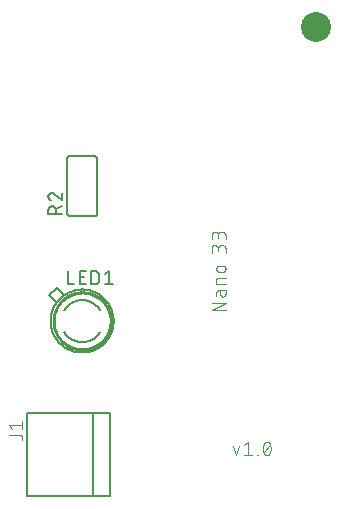
<source format=gbr>
G04 EAGLE Gerber RS-274X export*
G75*
%MOMM*%
%FSLAX34Y34*%
%LPD*%
%INSilkscreen Top*%
%IPPOS*%
%AMOC8*
5,1,8,0,0,1.08239X$1,22.5*%
G01*
%ADD10C,0.127000*%
%ADD11C,0.101600*%
%ADD12C,0.152400*%
%ADD13C,0.254000*%
%ADD14C,2.540000*%


D10*
X-21300Y728000D02*
X34700Y728000D01*
X48700Y728000D01*
X48700Y798000D01*
X34700Y798000D01*
X-21300Y798000D01*
X-21300Y728000D01*
X34700Y728000D02*
X34700Y798000D01*
D11*
X-27704Y779728D02*
X-36792Y779728D01*
X-27704Y779727D02*
X-27605Y779725D01*
X-27505Y779719D01*
X-27406Y779710D01*
X-27308Y779697D01*
X-27210Y779680D01*
X-27112Y779659D01*
X-27016Y779634D01*
X-26921Y779606D01*
X-26827Y779574D01*
X-26734Y779539D01*
X-26642Y779500D01*
X-26552Y779457D01*
X-26464Y779412D01*
X-26377Y779362D01*
X-26293Y779310D01*
X-26210Y779254D01*
X-26130Y779196D01*
X-26052Y779134D01*
X-25977Y779069D01*
X-25904Y779001D01*
X-25834Y778931D01*
X-25766Y778858D01*
X-25701Y778783D01*
X-25639Y778705D01*
X-25581Y778625D01*
X-25525Y778542D01*
X-25473Y778458D01*
X-25423Y778371D01*
X-25378Y778283D01*
X-25335Y778193D01*
X-25296Y778101D01*
X-25261Y778008D01*
X-25229Y777914D01*
X-25201Y777819D01*
X-25176Y777723D01*
X-25155Y777625D01*
X-25138Y777527D01*
X-25125Y777429D01*
X-25116Y777330D01*
X-25110Y777230D01*
X-25108Y777131D01*
X-25108Y775833D01*
X-34196Y785001D02*
X-36792Y788246D01*
X-25108Y788246D01*
X-25108Y785001D02*
X-25108Y791492D01*
D12*
X3810Y891540D02*
X-2540Y897890D01*
X3810Y904240D01*
X10160Y897890D01*
X25400Y894080D02*
X25831Y894075D01*
X26262Y894059D01*
X26692Y894033D01*
X27122Y893996D01*
X27550Y893949D01*
X27978Y893892D01*
X28403Y893824D01*
X28828Y893747D01*
X29250Y893658D01*
X29669Y893560D01*
X30087Y893451D01*
X30501Y893333D01*
X30912Y893204D01*
X31321Y893065D01*
X31725Y892917D01*
X32127Y892758D01*
X32524Y892591D01*
X32917Y892413D01*
X33305Y892226D01*
X33689Y892030D01*
X34068Y891824D01*
X34442Y891609D01*
X34810Y891386D01*
X35173Y891153D01*
X35530Y890912D01*
X35882Y890662D01*
X36227Y890403D01*
X36566Y890137D01*
X36898Y889862D01*
X37223Y889579D01*
X37542Y889289D01*
X37853Y888990D01*
X38157Y888685D01*
X38454Y888372D01*
X38743Y888052D01*
X39024Y887725D01*
X39297Y887391D01*
X39562Y887051D01*
X39818Y886704D01*
X40066Y886352D01*
X40306Y885993D01*
X40536Y885629D01*
X40758Y885259D01*
X25400Y894080D02*
X24969Y894075D01*
X24538Y894059D01*
X24108Y894033D01*
X23678Y893996D01*
X23250Y893949D01*
X22822Y893892D01*
X22397Y893824D01*
X21972Y893747D01*
X21550Y893658D01*
X21131Y893560D01*
X20713Y893451D01*
X20299Y893333D01*
X19888Y893204D01*
X19479Y893065D01*
X19075Y892917D01*
X18673Y892758D01*
X18276Y892591D01*
X17883Y892413D01*
X17495Y892226D01*
X17111Y892030D01*
X16732Y891824D01*
X16358Y891609D01*
X15990Y891386D01*
X15627Y891153D01*
X15270Y890912D01*
X14918Y890662D01*
X14573Y890403D01*
X14234Y890137D01*
X13902Y889862D01*
X13577Y889579D01*
X13258Y889289D01*
X12947Y888990D01*
X12643Y888685D01*
X12346Y888372D01*
X12057Y888052D01*
X11776Y887725D01*
X11503Y887391D01*
X11238Y887051D01*
X10982Y886704D01*
X10734Y886352D01*
X10494Y885993D01*
X10264Y885629D01*
X10042Y885259D01*
X10042Y867341D02*
X10264Y866971D01*
X10494Y866607D01*
X10734Y866248D01*
X10982Y865896D01*
X11238Y865549D01*
X11503Y865209D01*
X11776Y864875D01*
X12057Y864548D01*
X12346Y864228D01*
X12643Y863915D01*
X12947Y863610D01*
X13258Y863311D01*
X13577Y863021D01*
X13902Y862738D01*
X14234Y862463D01*
X14573Y862197D01*
X14918Y861938D01*
X15270Y861688D01*
X15627Y861447D01*
X15990Y861214D01*
X16358Y860991D01*
X16732Y860776D01*
X17111Y860570D01*
X17495Y860374D01*
X17883Y860187D01*
X18276Y860009D01*
X18673Y859842D01*
X19075Y859683D01*
X19479Y859535D01*
X19888Y859396D01*
X20299Y859267D01*
X20713Y859149D01*
X21131Y859040D01*
X21550Y858942D01*
X21972Y858853D01*
X22397Y858776D01*
X22822Y858708D01*
X23250Y858651D01*
X23678Y858604D01*
X24108Y858567D01*
X24538Y858541D01*
X24969Y858525D01*
X25400Y858520D01*
X25831Y858525D01*
X26262Y858541D01*
X26692Y858567D01*
X27122Y858604D01*
X27550Y858651D01*
X27978Y858708D01*
X28403Y858776D01*
X28828Y858853D01*
X29250Y858942D01*
X29669Y859040D01*
X30087Y859149D01*
X30501Y859267D01*
X30912Y859396D01*
X31321Y859535D01*
X31725Y859683D01*
X32127Y859842D01*
X32524Y860009D01*
X32917Y860187D01*
X33305Y860374D01*
X33689Y860570D01*
X34068Y860776D01*
X34442Y860991D01*
X34810Y861214D01*
X35173Y861447D01*
X35530Y861688D01*
X35882Y861938D01*
X36227Y862197D01*
X36566Y862463D01*
X36898Y862738D01*
X37223Y863021D01*
X37542Y863311D01*
X37853Y863610D01*
X38157Y863915D01*
X38454Y864228D01*
X38743Y864548D01*
X39024Y864875D01*
X39297Y865209D01*
X39562Y865549D01*
X39818Y865896D01*
X40066Y866248D01*
X40306Y866607D01*
X40536Y866971D01*
X40758Y867341D01*
X-1270Y876300D02*
X-1262Y876955D01*
X-1238Y877609D01*
X-1198Y878262D01*
X-1142Y878914D01*
X-1069Y879565D01*
X-981Y880213D01*
X-877Y880860D01*
X-758Y881503D01*
X-622Y882143D01*
X-471Y882780D01*
X-304Y883413D01*
X-122Y884042D01*
X76Y884666D01*
X289Y885285D01*
X517Y885898D01*
X760Y886506D01*
X1018Y887108D01*
X1291Y887703D01*
X1578Y888291D01*
X1879Y888872D01*
X2195Y889446D01*
X2524Y890011D01*
X2868Y890568D01*
X3225Y891117D01*
X3595Y891657D01*
X3978Y892187D01*
X4375Y892708D01*
X4784Y893219D01*
X5205Y893720D01*
X5639Y894210D01*
X6084Y894690D01*
X6541Y895159D01*
X7010Y895616D01*
X7490Y896061D01*
X7980Y896495D01*
X8481Y896916D01*
X8992Y897325D01*
X9513Y897722D01*
X10043Y898105D01*
X10583Y898475D01*
X11132Y898832D01*
X11689Y899176D01*
X12254Y899505D01*
X12828Y899821D01*
X13409Y900122D01*
X13997Y900409D01*
X14592Y900682D01*
X15194Y900940D01*
X15802Y901183D01*
X16415Y901411D01*
X17034Y901624D01*
X17658Y901822D01*
X18287Y902004D01*
X18920Y902171D01*
X19557Y902322D01*
X20197Y902458D01*
X20840Y902577D01*
X21487Y902681D01*
X22135Y902769D01*
X22786Y902842D01*
X23438Y902898D01*
X24091Y902938D01*
X24745Y902962D01*
X25400Y902970D01*
X26055Y902962D01*
X26709Y902938D01*
X27362Y902898D01*
X28014Y902842D01*
X28665Y902769D01*
X29313Y902681D01*
X29960Y902577D01*
X30603Y902458D01*
X31243Y902322D01*
X31880Y902171D01*
X32513Y902004D01*
X33142Y901822D01*
X33766Y901624D01*
X34385Y901411D01*
X34998Y901183D01*
X35606Y900940D01*
X36208Y900682D01*
X36803Y900409D01*
X37391Y900122D01*
X37972Y899821D01*
X38546Y899505D01*
X39111Y899176D01*
X39668Y898832D01*
X40217Y898475D01*
X40757Y898105D01*
X41287Y897722D01*
X41808Y897325D01*
X42319Y896916D01*
X42820Y896495D01*
X43310Y896061D01*
X43790Y895616D01*
X44259Y895159D01*
X44716Y894690D01*
X45161Y894210D01*
X45595Y893720D01*
X46016Y893219D01*
X46425Y892708D01*
X46822Y892187D01*
X47205Y891657D01*
X47575Y891117D01*
X47932Y890568D01*
X48276Y890011D01*
X48605Y889446D01*
X48921Y888872D01*
X49222Y888291D01*
X49509Y887703D01*
X49782Y887108D01*
X50040Y886506D01*
X50283Y885898D01*
X50511Y885285D01*
X50724Y884666D01*
X50922Y884042D01*
X51104Y883413D01*
X51271Y882780D01*
X51422Y882143D01*
X51558Y881503D01*
X51677Y880860D01*
X51781Y880213D01*
X51869Y879565D01*
X51942Y878914D01*
X51998Y878262D01*
X52038Y877609D01*
X52062Y876955D01*
X52070Y876300D01*
X52062Y875645D01*
X52038Y874991D01*
X51998Y874338D01*
X51942Y873686D01*
X51869Y873035D01*
X51781Y872387D01*
X51677Y871740D01*
X51558Y871097D01*
X51422Y870457D01*
X51271Y869820D01*
X51104Y869187D01*
X50922Y868558D01*
X50724Y867934D01*
X50511Y867315D01*
X50283Y866702D01*
X50040Y866094D01*
X49782Y865492D01*
X49509Y864897D01*
X49222Y864309D01*
X48921Y863728D01*
X48605Y863154D01*
X48276Y862589D01*
X47932Y862032D01*
X47575Y861483D01*
X47205Y860943D01*
X46822Y860413D01*
X46425Y859892D01*
X46016Y859381D01*
X45595Y858880D01*
X45161Y858390D01*
X44716Y857910D01*
X44259Y857441D01*
X43790Y856984D01*
X43310Y856539D01*
X42820Y856105D01*
X42319Y855684D01*
X41808Y855275D01*
X41287Y854878D01*
X40757Y854495D01*
X40217Y854125D01*
X39668Y853768D01*
X39111Y853424D01*
X38546Y853095D01*
X37972Y852779D01*
X37391Y852478D01*
X36803Y852191D01*
X36208Y851918D01*
X35606Y851660D01*
X34998Y851417D01*
X34385Y851189D01*
X33766Y850976D01*
X33142Y850778D01*
X32513Y850596D01*
X31880Y850429D01*
X31243Y850278D01*
X30603Y850142D01*
X29960Y850023D01*
X29313Y849919D01*
X28665Y849831D01*
X28014Y849758D01*
X27362Y849702D01*
X26709Y849662D01*
X26055Y849638D01*
X25400Y849630D01*
X24745Y849638D01*
X24091Y849662D01*
X23438Y849702D01*
X22786Y849758D01*
X22135Y849831D01*
X21487Y849919D01*
X20840Y850023D01*
X20197Y850142D01*
X19557Y850278D01*
X18920Y850429D01*
X18287Y850596D01*
X17658Y850778D01*
X17034Y850976D01*
X16415Y851189D01*
X15802Y851417D01*
X15194Y851660D01*
X14592Y851918D01*
X13997Y852191D01*
X13409Y852478D01*
X12828Y852779D01*
X12254Y853095D01*
X11689Y853424D01*
X11132Y853768D01*
X10583Y854125D01*
X10043Y854495D01*
X9513Y854878D01*
X8992Y855275D01*
X8481Y855684D01*
X7980Y856105D01*
X7490Y856539D01*
X7010Y856984D01*
X6541Y857441D01*
X6084Y857910D01*
X5639Y858390D01*
X5205Y858880D01*
X4784Y859381D01*
X4375Y859892D01*
X3978Y860413D01*
X3595Y860943D01*
X3225Y861483D01*
X2868Y862032D01*
X2524Y862589D01*
X2195Y863154D01*
X1879Y863728D01*
X1578Y864309D01*
X1291Y864897D01*
X1018Y865492D01*
X760Y866094D01*
X517Y866702D01*
X289Y867315D01*
X76Y867934D01*
X-122Y868558D01*
X-304Y869187D01*
X-471Y869820D01*
X-622Y870457D01*
X-758Y871097D01*
X-877Y871740D01*
X-981Y872387D01*
X-1069Y873035D01*
X-1142Y873686D01*
X-1198Y874338D01*
X-1238Y874991D01*
X-1262Y875645D01*
X-1270Y876300D01*
D13*
X1270Y876300D02*
X1277Y876892D01*
X1299Y877484D01*
X1335Y878075D01*
X1386Y878665D01*
X1451Y879254D01*
X1531Y879841D01*
X1625Y880425D01*
X1734Y881008D01*
X1856Y881587D01*
X1993Y882163D01*
X2144Y882736D01*
X2309Y883305D01*
X2488Y883869D01*
X2681Y884429D01*
X2887Y884984D01*
X3107Y885534D01*
X3340Y886078D01*
X3587Y886617D01*
X3846Y887149D01*
X4119Y887675D01*
X4405Y888194D01*
X4703Y888705D01*
X5014Y889209D01*
X5337Y889706D01*
X5672Y890194D01*
X6019Y890674D01*
X6377Y891146D01*
X6747Y891608D01*
X7129Y892061D01*
X7521Y892505D01*
X7924Y892939D01*
X8338Y893362D01*
X8761Y893776D01*
X9195Y894179D01*
X9639Y894571D01*
X10092Y894953D01*
X10554Y895323D01*
X11026Y895681D01*
X11506Y896028D01*
X11994Y896363D01*
X12491Y896686D01*
X12995Y896997D01*
X13506Y897295D01*
X14025Y897581D01*
X14551Y897854D01*
X15083Y898113D01*
X15622Y898360D01*
X16166Y898593D01*
X16716Y898813D01*
X17271Y899019D01*
X17831Y899212D01*
X18395Y899391D01*
X18964Y899556D01*
X19537Y899707D01*
X20113Y899844D01*
X20692Y899966D01*
X21275Y900075D01*
X21859Y900169D01*
X22446Y900249D01*
X23035Y900314D01*
X23625Y900365D01*
X24216Y900401D01*
X24808Y900423D01*
X25400Y900430D01*
X25992Y900423D01*
X26584Y900401D01*
X27175Y900365D01*
X27765Y900314D01*
X28354Y900249D01*
X28941Y900169D01*
X29525Y900075D01*
X30108Y899966D01*
X30687Y899844D01*
X31263Y899707D01*
X31836Y899556D01*
X32405Y899391D01*
X32969Y899212D01*
X33529Y899019D01*
X34084Y898813D01*
X34634Y898593D01*
X35178Y898360D01*
X35717Y898113D01*
X36249Y897854D01*
X36775Y897581D01*
X37294Y897295D01*
X37805Y896997D01*
X38309Y896686D01*
X38806Y896363D01*
X39294Y896028D01*
X39774Y895681D01*
X40246Y895323D01*
X40708Y894953D01*
X41161Y894571D01*
X41605Y894179D01*
X42039Y893776D01*
X42462Y893362D01*
X42876Y892939D01*
X43279Y892505D01*
X43671Y892061D01*
X44053Y891608D01*
X44423Y891146D01*
X44781Y890674D01*
X45128Y890194D01*
X45463Y889706D01*
X45786Y889209D01*
X46097Y888705D01*
X46395Y888194D01*
X46681Y887675D01*
X46954Y887149D01*
X47213Y886617D01*
X47460Y886078D01*
X47693Y885534D01*
X47913Y884984D01*
X48119Y884429D01*
X48312Y883869D01*
X48491Y883305D01*
X48656Y882736D01*
X48807Y882163D01*
X48944Y881587D01*
X49066Y881008D01*
X49175Y880425D01*
X49269Y879841D01*
X49349Y879254D01*
X49414Y878665D01*
X49465Y878075D01*
X49501Y877484D01*
X49523Y876892D01*
X49530Y876300D01*
X49523Y875708D01*
X49501Y875116D01*
X49465Y874525D01*
X49414Y873935D01*
X49349Y873346D01*
X49269Y872759D01*
X49175Y872175D01*
X49066Y871592D01*
X48944Y871013D01*
X48807Y870437D01*
X48656Y869864D01*
X48491Y869295D01*
X48312Y868731D01*
X48119Y868171D01*
X47913Y867616D01*
X47693Y867066D01*
X47460Y866522D01*
X47213Y865983D01*
X46954Y865451D01*
X46681Y864925D01*
X46395Y864406D01*
X46097Y863895D01*
X45786Y863391D01*
X45463Y862894D01*
X45128Y862406D01*
X44781Y861926D01*
X44423Y861454D01*
X44053Y860992D01*
X43671Y860539D01*
X43279Y860095D01*
X42876Y859661D01*
X42462Y859238D01*
X42039Y858824D01*
X41605Y858421D01*
X41161Y858029D01*
X40708Y857647D01*
X40246Y857277D01*
X39774Y856919D01*
X39294Y856572D01*
X38806Y856237D01*
X38309Y855914D01*
X37805Y855603D01*
X37294Y855305D01*
X36775Y855019D01*
X36249Y854746D01*
X35717Y854487D01*
X35178Y854240D01*
X34634Y854007D01*
X34084Y853787D01*
X33529Y853581D01*
X32969Y853388D01*
X32405Y853209D01*
X31836Y853044D01*
X31263Y852893D01*
X30687Y852756D01*
X30108Y852634D01*
X29525Y852525D01*
X28941Y852431D01*
X28354Y852351D01*
X27765Y852286D01*
X27175Y852235D01*
X26584Y852199D01*
X25992Y852177D01*
X25400Y852170D01*
X24808Y852177D01*
X24216Y852199D01*
X23625Y852235D01*
X23035Y852286D01*
X22446Y852351D01*
X21859Y852431D01*
X21275Y852525D01*
X20692Y852634D01*
X20113Y852756D01*
X19537Y852893D01*
X18964Y853044D01*
X18395Y853209D01*
X17831Y853388D01*
X17271Y853581D01*
X16716Y853787D01*
X16166Y854007D01*
X15622Y854240D01*
X15083Y854487D01*
X14551Y854746D01*
X14025Y855019D01*
X13506Y855305D01*
X12995Y855603D01*
X12491Y855914D01*
X11994Y856237D01*
X11506Y856572D01*
X11026Y856919D01*
X10554Y857277D01*
X10092Y857647D01*
X9639Y858029D01*
X9195Y858421D01*
X8761Y858824D01*
X8338Y859238D01*
X7924Y859661D01*
X7521Y860095D01*
X7129Y860539D01*
X6747Y860992D01*
X6377Y861454D01*
X6019Y861926D01*
X5672Y862406D01*
X5337Y862894D01*
X5014Y863391D01*
X4703Y863895D01*
X4405Y864406D01*
X4119Y864925D01*
X3846Y865451D01*
X3587Y865983D01*
X3340Y866522D01*
X3107Y867066D01*
X2887Y867616D01*
X2681Y868171D01*
X2488Y868731D01*
X2309Y869295D01*
X2144Y869864D01*
X1993Y870437D01*
X1856Y871013D01*
X1734Y871592D01*
X1625Y872175D01*
X1531Y872759D01*
X1451Y873346D01*
X1386Y873935D01*
X1335Y874525D01*
X1299Y875116D01*
X1277Y875708D01*
X1270Y876300D01*
D10*
X13335Y907415D02*
X13335Y918845D01*
X13335Y907415D02*
X18415Y907415D01*
X23241Y907415D02*
X28321Y907415D01*
X23241Y907415D02*
X23241Y918845D01*
X28321Y918845D01*
X27051Y913765D02*
X23241Y913765D01*
X33122Y918845D02*
X33122Y907415D01*
X33122Y918845D02*
X36297Y918845D01*
X36408Y918843D01*
X36518Y918837D01*
X36629Y918828D01*
X36739Y918814D01*
X36848Y918797D01*
X36957Y918776D01*
X37065Y918751D01*
X37172Y918722D01*
X37278Y918690D01*
X37383Y918654D01*
X37486Y918614D01*
X37588Y918571D01*
X37689Y918524D01*
X37788Y918473D01*
X37885Y918420D01*
X37979Y918363D01*
X38072Y918302D01*
X38163Y918239D01*
X38252Y918172D01*
X38338Y918102D01*
X38421Y918029D01*
X38503Y917954D01*
X38581Y917876D01*
X38656Y917794D01*
X38729Y917711D01*
X38799Y917625D01*
X38866Y917536D01*
X38929Y917445D01*
X38990Y917352D01*
X39047Y917258D01*
X39100Y917161D01*
X39151Y917062D01*
X39198Y916961D01*
X39241Y916859D01*
X39281Y916756D01*
X39317Y916651D01*
X39349Y916545D01*
X39378Y916438D01*
X39403Y916330D01*
X39424Y916221D01*
X39441Y916112D01*
X39455Y916002D01*
X39464Y915891D01*
X39470Y915781D01*
X39472Y915670D01*
X39472Y910590D01*
X39470Y910479D01*
X39464Y910369D01*
X39455Y910258D01*
X39441Y910148D01*
X39424Y910039D01*
X39403Y909930D01*
X39378Y909822D01*
X39349Y909715D01*
X39317Y909609D01*
X39281Y909504D01*
X39241Y909401D01*
X39198Y909299D01*
X39151Y909198D01*
X39100Y909099D01*
X39047Y909003D01*
X38990Y908908D01*
X38929Y908815D01*
X38866Y908724D01*
X38799Y908635D01*
X38729Y908549D01*
X38656Y908466D01*
X38581Y908384D01*
X38503Y908306D01*
X38421Y908231D01*
X38338Y908158D01*
X38252Y908088D01*
X38163Y908021D01*
X38072Y907958D01*
X37979Y907897D01*
X37884Y907840D01*
X37788Y907787D01*
X37689Y907736D01*
X37588Y907689D01*
X37486Y907646D01*
X37383Y907606D01*
X37278Y907570D01*
X37172Y907538D01*
X37065Y907509D01*
X36957Y907484D01*
X36848Y907463D01*
X36739Y907446D01*
X36629Y907432D01*
X36518Y907423D01*
X36408Y907417D01*
X36297Y907415D01*
X33122Y907415D01*
X44933Y916305D02*
X48108Y918845D01*
X48108Y907415D01*
X44933Y907415D02*
X51283Y907415D01*
D12*
X15240Y965200D02*
X15140Y965202D01*
X15041Y965208D01*
X14941Y965218D01*
X14843Y965231D01*
X14744Y965249D01*
X14647Y965270D01*
X14551Y965295D01*
X14455Y965324D01*
X14361Y965357D01*
X14268Y965393D01*
X14177Y965433D01*
X14087Y965477D01*
X13999Y965524D01*
X13913Y965574D01*
X13829Y965628D01*
X13747Y965685D01*
X13668Y965745D01*
X13590Y965809D01*
X13516Y965875D01*
X13444Y965944D01*
X13375Y966016D01*
X13309Y966090D01*
X13245Y966168D01*
X13185Y966247D01*
X13128Y966329D01*
X13074Y966413D01*
X13024Y966499D01*
X12977Y966587D01*
X12933Y966677D01*
X12893Y966768D01*
X12857Y966861D01*
X12824Y966955D01*
X12795Y967051D01*
X12770Y967147D01*
X12749Y967244D01*
X12731Y967343D01*
X12718Y967441D01*
X12708Y967541D01*
X12702Y967640D01*
X12700Y967740D01*
X12700Y1013460D02*
X12702Y1013560D01*
X12708Y1013659D01*
X12718Y1013759D01*
X12731Y1013857D01*
X12749Y1013956D01*
X12770Y1014053D01*
X12795Y1014149D01*
X12824Y1014245D01*
X12857Y1014339D01*
X12893Y1014432D01*
X12933Y1014523D01*
X12977Y1014613D01*
X13024Y1014701D01*
X13074Y1014787D01*
X13128Y1014871D01*
X13185Y1014953D01*
X13245Y1015032D01*
X13309Y1015110D01*
X13375Y1015184D01*
X13444Y1015256D01*
X13516Y1015325D01*
X13590Y1015391D01*
X13668Y1015455D01*
X13747Y1015515D01*
X13829Y1015572D01*
X13913Y1015626D01*
X13999Y1015676D01*
X14087Y1015723D01*
X14177Y1015767D01*
X14268Y1015807D01*
X14361Y1015843D01*
X14455Y1015876D01*
X14551Y1015905D01*
X14647Y1015930D01*
X14744Y1015951D01*
X14843Y1015969D01*
X14941Y1015982D01*
X15041Y1015992D01*
X15140Y1015998D01*
X15240Y1016000D01*
X35560Y1016000D02*
X35660Y1015998D01*
X35759Y1015992D01*
X35859Y1015982D01*
X35957Y1015969D01*
X36056Y1015951D01*
X36153Y1015930D01*
X36249Y1015905D01*
X36345Y1015876D01*
X36439Y1015843D01*
X36532Y1015807D01*
X36623Y1015767D01*
X36713Y1015723D01*
X36801Y1015676D01*
X36887Y1015626D01*
X36971Y1015572D01*
X37053Y1015515D01*
X37132Y1015455D01*
X37210Y1015391D01*
X37284Y1015325D01*
X37356Y1015256D01*
X37425Y1015184D01*
X37491Y1015110D01*
X37555Y1015032D01*
X37615Y1014953D01*
X37672Y1014871D01*
X37726Y1014787D01*
X37776Y1014701D01*
X37823Y1014613D01*
X37867Y1014523D01*
X37907Y1014432D01*
X37943Y1014339D01*
X37976Y1014245D01*
X38005Y1014149D01*
X38030Y1014053D01*
X38051Y1013956D01*
X38069Y1013857D01*
X38082Y1013759D01*
X38092Y1013659D01*
X38098Y1013560D01*
X38100Y1013460D01*
X38100Y967740D02*
X38098Y967640D01*
X38092Y967541D01*
X38082Y967441D01*
X38069Y967343D01*
X38051Y967244D01*
X38030Y967147D01*
X38005Y967051D01*
X37976Y966955D01*
X37943Y966861D01*
X37907Y966768D01*
X37867Y966677D01*
X37823Y966587D01*
X37776Y966499D01*
X37726Y966413D01*
X37672Y966329D01*
X37615Y966247D01*
X37555Y966168D01*
X37491Y966090D01*
X37425Y966016D01*
X37356Y965944D01*
X37284Y965875D01*
X37210Y965809D01*
X37132Y965745D01*
X37053Y965685D01*
X36971Y965628D01*
X36887Y965574D01*
X36801Y965524D01*
X36713Y965477D01*
X36623Y965433D01*
X36532Y965393D01*
X36439Y965357D01*
X36345Y965324D01*
X36249Y965295D01*
X36153Y965270D01*
X36056Y965249D01*
X35957Y965231D01*
X35859Y965218D01*
X35759Y965208D01*
X35660Y965202D01*
X35560Y965200D01*
X12700Y967740D02*
X12700Y1013460D01*
X15240Y1016000D02*
X35560Y1016000D01*
X38100Y1013460D02*
X38100Y967740D01*
X35560Y965200D02*
X15240Y965200D01*
D10*
X8255Y967105D02*
X-3175Y967105D01*
X-3175Y970280D01*
X-3173Y970391D01*
X-3167Y970501D01*
X-3158Y970612D01*
X-3144Y970722D01*
X-3127Y970831D01*
X-3106Y970940D01*
X-3081Y971048D01*
X-3052Y971155D01*
X-3020Y971261D01*
X-2984Y971366D01*
X-2944Y971469D01*
X-2901Y971571D01*
X-2854Y971672D01*
X-2803Y971771D01*
X-2750Y971868D01*
X-2693Y971962D01*
X-2632Y972055D01*
X-2569Y972146D01*
X-2502Y972235D01*
X-2432Y972321D01*
X-2359Y972404D01*
X-2284Y972486D01*
X-2206Y972564D01*
X-2124Y972639D01*
X-2041Y972712D01*
X-1955Y972782D01*
X-1866Y972849D01*
X-1775Y972912D01*
X-1682Y972973D01*
X-1588Y973030D01*
X-1491Y973083D01*
X-1392Y973134D01*
X-1291Y973181D01*
X-1189Y973224D01*
X-1086Y973264D01*
X-981Y973300D01*
X-875Y973332D01*
X-768Y973361D01*
X-660Y973386D01*
X-551Y973407D01*
X-442Y973424D01*
X-332Y973438D01*
X-221Y973447D01*
X-111Y973453D01*
X0Y973455D01*
X111Y973453D01*
X221Y973447D01*
X332Y973438D01*
X442Y973424D01*
X551Y973407D01*
X660Y973386D01*
X768Y973361D01*
X875Y973332D01*
X981Y973300D01*
X1086Y973264D01*
X1189Y973224D01*
X1291Y973181D01*
X1392Y973134D01*
X1491Y973083D01*
X1587Y973030D01*
X1682Y972973D01*
X1775Y972912D01*
X1866Y972849D01*
X1955Y972782D01*
X2041Y972712D01*
X2124Y972639D01*
X2206Y972564D01*
X2284Y972486D01*
X2359Y972404D01*
X2432Y972321D01*
X2502Y972235D01*
X2569Y972146D01*
X2632Y972055D01*
X2693Y971962D01*
X2750Y971868D01*
X2803Y971771D01*
X2854Y971672D01*
X2901Y971571D01*
X2944Y971469D01*
X2984Y971366D01*
X3020Y971261D01*
X3052Y971155D01*
X3081Y971048D01*
X3106Y970940D01*
X3127Y970831D01*
X3144Y970722D01*
X3158Y970612D01*
X3167Y970501D01*
X3173Y970391D01*
X3175Y970280D01*
X3175Y967105D01*
X3175Y970915D02*
X8255Y973455D01*
X-318Y984803D02*
X-422Y984801D01*
X-527Y984795D01*
X-631Y984786D01*
X-734Y984773D01*
X-837Y984755D01*
X-939Y984735D01*
X-1041Y984710D01*
X-1141Y984682D01*
X-1241Y984650D01*
X-1339Y984614D01*
X-1436Y984575D01*
X-1531Y984533D01*
X-1625Y984487D01*
X-1717Y984437D01*
X-1807Y984385D01*
X-1895Y984329D01*
X-1981Y984269D01*
X-2065Y984207D01*
X-2146Y984142D01*
X-2225Y984074D01*
X-2302Y984002D01*
X-2375Y983929D01*
X-2447Y983852D01*
X-2515Y983773D01*
X-2580Y983692D01*
X-2642Y983608D01*
X-2702Y983522D01*
X-2758Y983434D01*
X-2810Y983344D01*
X-2860Y983252D01*
X-2906Y983158D01*
X-2948Y983063D01*
X-2987Y982966D01*
X-3023Y982868D01*
X-3055Y982768D01*
X-3083Y982668D01*
X-3108Y982566D01*
X-3128Y982464D01*
X-3146Y982361D01*
X-3159Y982258D01*
X-3168Y982154D01*
X-3174Y982049D01*
X-3176Y981945D01*
X-3175Y981945D02*
X-3173Y981827D01*
X-3167Y981708D01*
X-3158Y981590D01*
X-3145Y981473D01*
X-3127Y981356D01*
X-3107Y981239D01*
X-3082Y981123D01*
X-3054Y981008D01*
X-3021Y980895D01*
X-2986Y980782D01*
X-2946Y980670D01*
X-2904Y980560D01*
X-2857Y980451D01*
X-2807Y980343D01*
X-2754Y980238D01*
X-2697Y980134D01*
X-2637Y980032D01*
X-2574Y979932D01*
X-2507Y979834D01*
X-2438Y979738D01*
X-2365Y979645D01*
X-2289Y979554D01*
X-2211Y979465D01*
X-2129Y979379D01*
X-2045Y979296D01*
X-1959Y979215D01*
X-1869Y979138D01*
X-1778Y979063D01*
X-1684Y978991D01*
X-1587Y978922D01*
X-1489Y978857D01*
X-1388Y978794D01*
X-1285Y978735D01*
X-1181Y978679D01*
X-1075Y978627D01*
X-967Y978578D01*
X-858Y978533D01*
X-747Y978491D01*
X-635Y978453D01*
X1904Y983850D02*
X1829Y983926D01*
X1750Y984001D01*
X1669Y984072D01*
X1585Y984141D01*
X1499Y984206D01*
X1411Y984268D01*
X1321Y984328D01*
X1229Y984384D01*
X1134Y984437D01*
X1038Y984486D01*
X940Y984532D01*
X841Y984575D01*
X740Y984614D01*
X638Y984649D01*
X535Y984681D01*
X431Y984709D01*
X326Y984734D01*
X219Y984755D01*
X113Y984772D01*
X6Y984785D01*
X-102Y984794D01*
X-210Y984800D01*
X-318Y984802D01*
X1905Y983850D02*
X8255Y978452D01*
X8255Y984802D01*
D14*
X223520Y1125220D03*
D11*
X146812Y885303D02*
X135128Y885303D01*
X146812Y891794D01*
X135128Y891794D01*
X142268Y899214D02*
X142268Y902135D01*
X142268Y899214D02*
X142270Y899120D01*
X142276Y899026D01*
X142285Y898933D01*
X142299Y898840D01*
X142316Y898748D01*
X142338Y898656D01*
X142362Y898566D01*
X142391Y898476D01*
X142423Y898388D01*
X142459Y898301D01*
X142499Y898216D01*
X142542Y898133D01*
X142588Y898051D01*
X142638Y897971D01*
X142691Y897894D01*
X142747Y897819D01*
X142806Y897746D01*
X142868Y897675D01*
X142933Y897607D01*
X143001Y897542D01*
X143072Y897480D01*
X143145Y897421D01*
X143220Y897365D01*
X143297Y897312D01*
X143377Y897262D01*
X143459Y897216D01*
X143542Y897173D01*
X143627Y897133D01*
X143714Y897097D01*
X143802Y897065D01*
X143892Y897036D01*
X143982Y897012D01*
X144074Y896990D01*
X144166Y896973D01*
X144259Y896959D01*
X144352Y896950D01*
X144446Y896944D01*
X144540Y896942D01*
X144634Y896944D01*
X144728Y896950D01*
X144821Y896959D01*
X144914Y896973D01*
X145006Y896990D01*
X145098Y897012D01*
X145188Y897036D01*
X145278Y897065D01*
X145366Y897097D01*
X145453Y897133D01*
X145538Y897173D01*
X145621Y897216D01*
X145703Y897262D01*
X145783Y897312D01*
X145860Y897365D01*
X145935Y897421D01*
X146008Y897480D01*
X146079Y897542D01*
X146147Y897607D01*
X146212Y897675D01*
X146274Y897746D01*
X146333Y897819D01*
X146389Y897894D01*
X146442Y897971D01*
X146492Y898051D01*
X146538Y898133D01*
X146581Y898216D01*
X146621Y898301D01*
X146657Y898388D01*
X146689Y898476D01*
X146718Y898566D01*
X146742Y898656D01*
X146764Y898748D01*
X146781Y898840D01*
X146795Y898933D01*
X146804Y899026D01*
X146810Y899120D01*
X146812Y899214D01*
X146812Y902135D01*
X140970Y902135D01*
X140883Y902133D01*
X140795Y902127D01*
X140709Y902117D01*
X140622Y902104D01*
X140537Y902086D01*
X140452Y902065D01*
X140368Y902040D01*
X140286Y902011D01*
X140205Y901978D01*
X140125Y901942D01*
X140047Y901903D01*
X139971Y901859D01*
X139897Y901813D01*
X139826Y901763D01*
X139756Y901710D01*
X139689Y901654D01*
X139625Y901595D01*
X139563Y901533D01*
X139504Y901469D01*
X139448Y901402D01*
X139395Y901332D01*
X139345Y901261D01*
X139299Y901187D01*
X139255Y901111D01*
X139216Y901033D01*
X139180Y900953D01*
X139147Y900872D01*
X139118Y900790D01*
X139093Y900706D01*
X139072Y900621D01*
X139054Y900536D01*
X139041Y900449D01*
X139031Y900363D01*
X139025Y900275D01*
X139023Y900188D01*
X139023Y897591D01*
X139023Y907669D02*
X146812Y907669D01*
X139023Y907669D02*
X139023Y910915D01*
X139025Y911002D01*
X139031Y911090D01*
X139041Y911176D01*
X139054Y911263D01*
X139072Y911348D01*
X139093Y911433D01*
X139118Y911517D01*
X139147Y911599D01*
X139180Y911680D01*
X139216Y911760D01*
X139255Y911838D01*
X139299Y911914D01*
X139345Y911988D01*
X139395Y912059D01*
X139448Y912129D01*
X139504Y912196D01*
X139563Y912260D01*
X139624Y912322D01*
X139689Y912381D01*
X139756Y912437D01*
X139826Y912490D01*
X139897Y912540D01*
X139971Y912586D01*
X140047Y912630D01*
X140125Y912669D01*
X140205Y912705D01*
X140286Y912738D01*
X140368Y912767D01*
X140452Y912792D01*
X140537Y912813D01*
X140622Y912831D01*
X140709Y912844D01*
X140795Y912854D01*
X140883Y912860D01*
X140970Y912862D01*
X146812Y912862D01*
X144216Y917956D02*
X141619Y917956D01*
X141619Y917957D02*
X141518Y917959D01*
X141418Y917965D01*
X141318Y917975D01*
X141218Y917988D01*
X141119Y918006D01*
X141020Y918027D01*
X140923Y918052D01*
X140826Y918081D01*
X140731Y918114D01*
X140637Y918150D01*
X140545Y918190D01*
X140454Y918233D01*
X140365Y918280D01*
X140278Y918330D01*
X140192Y918384D01*
X140109Y918441D01*
X140029Y918501D01*
X139950Y918564D01*
X139874Y918631D01*
X139801Y918700D01*
X139731Y918772D01*
X139663Y918846D01*
X139598Y918923D01*
X139537Y919003D01*
X139478Y919085D01*
X139423Y919169D01*
X139371Y919255D01*
X139322Y919343D01*
X139277Y919433D01*
X139235Y919525D01*
X139197Y919618D01*
X139163Y919713D01*
X139132Y919808D01*
X139105Y919905D01*
X139082Y920003D01*
X139062Y920102D01*
X139047Y920202D01*
X139035Y920302D01*
X139027Y920402D01*
X139023Y920503D01*
X139023Y920603D01*
X139027Y920704D01*
X139035Y920804D01*
X139047Y920904D01*
X139062Y921004D01*
X139082Y921103D01*
X139105Y921201D01*
X139132Y921298D01*
X139163Y921393D01*
X139197Y921488D01*
X139235Y921581D01*
X139277Y921673D01*
X139322Y921763D01*
X139371Y921851D01*
X139423Y921937D01*
X139478Y922021D01*
X139537Y922103D01*
X139598Y922183D01*
X139663Y922260D01*
X139731Y922334D01*
X139801Y922406D01*
X139874Y922475D01*
X139950Y922542D01*
X140029Y922605D01*
X140109Y922665D01*
X140192Y922722D01*
X140278Y922776D01*
X140365Y922826D01*
X140454Y922873D01*
X140545Y922916D01*
X140637Y922956D01*
X140731Y922992D01*
X140826Y923025D01*
X140923Y923054D01*
X141020Y923079D01*
X141119Y923100D01*
X141218Y923118D01*
X141318Y923131D01*
X141418Y923141D01*
X141518Y923147D01*
X141619Y923149D01*
X144216Y923149D01*
X144317Y923147D01*
X144417Y923141D01*
X144517Y923131D01*
X144617Y923118D01*
X144716Y923100D01*
X144815Y923079D01*
X144912Y923054D01*
X145009Y923025D01*
X145104Y922992D01*
X145198Y922956D01*
X145290Y922916D01*
X145381Y922873D01*
X145470Y922826D01*
X145557Y922776D01*
X145643Y922722D01*
X145726Y922665D01*
X145806Y922605D01*
X145885Y922542D01*
X145961Y922475D01*
X146034Y922406D01*
X146104Y922334D01*
X146172Y922260D01*
X146237Y922183D01*
X146298Y922103D01*
X146357Y922021D01*
X146412Y921937D01*
X146464Y921851D01*
X146513Y921763D01*
X146558Y921673D01*
X146600Y921581D01*
X146638Y921488D01*
X146672Y921393D01*
X146703Y921298D01*
X146730Y921201D01*
X146753Y921103D01*
X146773Y921004D01*
X146788Y920904D01*
X146800Y920804D01*
X146808Y920704D01*
X146812Y920603D01*
X146812Y920503D01*
X146808Y920402D01*
X146800Y920302D01*
X146788Y920202D01*
X146773Y920102D01*
X146753Y920003D01*
X146730Y919905D01*
X146703Y919808D01*
X146672Y919713D01*
X146638Y919618D01*
X146600Y919525D01*
X146558Y919433D01*
X146513Y919343D01*
X146464Y919255D01*
X146412Y919169D01*
X146357Y919085D01*
X146298Y919003D01*
X146237Y918923D01*
X146172Y918846D01*
X146104Y918772D01*
X146034Y918700D01*
X145961Y918631D01*
X145885Y918564D01*
X145806Y918501D01*
X145726Y918441D01*
X145643Y918384D01*
X145557Y918330D01*
X145470Y918280D01*
X145381Y918233D01*
X145290Y918190D01*
X145198Y918150D01*
X145104Y918114D01*
X145009Y918081D01*
X144912Y918052D01*
X144815Y918027D01*
X144716Y918006D01*
X144617Y917988D01*
X144517Y917975D01*
X144417Y917965D01*
X144317Y917959D01*
X144216Y917957D01*
X146812Y934071D02*
X146812Y937316D01*
X146810Y937429D01*
X146804Y937542D01*
X146794Y937655D01*
X146780Y937768D01*
X146763Y937880D01*
X146741Y937991D01*
X146716Y938101D01*
X146686Y938211D01*
X146653Y938319D01*
X146616Y938426D01*
X146576Y938532D01*
X146531Y938636D01*
X146483Y938739D01*
X146432Y938840D01*
X146377Y938939D01*
X146319Y939036D01*
X146257Y939131D01*
X146192Y939224D01*
X146124Y939314D01*
X146053Y939402D01*
X145978Y939488D01*
X145901Y939571D01*
X145821Y939651D01*
X145738Y939728D01*
X145652Y939803D01*
X145564Y939874D01*
X145474Y939942D01*
X145381Y940007D01*
X145286Y940069D01*
X145189Y940127D01*
X145090Y940182D01*
X144989Y940233D01*
X144886Y940281D01*
X144782Y940326D01*
X144676Y940366D01*
X144569Y940403D01*
X144461Y940436D01*
X144351Y940466D01*
X144241Y940491D01*
X144130Y940513D01*
X144018Y940530D01*
X143905Y940544D01*
X143792Y940554D01*
X143679Y940560D01*
X143566Y940562D01*
X143453Y940560D01*
X143340Y940554D01*
X143227Y940544D01*
X143114Y940530D01*
X143002Y940513D01*
X142891Y940491D01*
X142781Y940466D01*
X142671Y940436D01*
X142563Y940403D01*
X142456Y940366D01*
X142350Y940326D01*
X142246Y940281D01*
X142143Y940233D01*
X142042Y940182D01*
X141943Y940127D01*
X141846Y940069D01*
X141751Y940007D01*
X141658Y939942D01*
X141568Y939874D01*
X141480Y939803D01*
X141394Y939728D01*
X141311Y939651D01*
X141231Y939571D01*
X141154Y939488D01*
X141079Y939402D01*
X141008Y939314D01*
X140940Y939224D01*
X140875Y939131D01*
X140813Y939036D01*
X140755Y938939D01*
X140700Y938840D01*
X140649Y938739D01*
X140601Y938636D01*
X140556Y938532D01*
X140516Y938426D01*
X140479Y938319D01*
X140446Y938211D01*
X140416Y938101D01*
X140391Y937991D01*
X140369Y937880D01*
X140352Y937768D01*
X140338Y937655D01*
X140328Y937542D01*
X140322Y937429D01*
X140320Y937316D01*
X135128Y937966D02*
X135128Y934071D01*
X135128Y937966D02*
X135130Y938067D01*
X135136Y938167D01*
X135146Y938267D01*
X135159Y938367D01*
X135177Y938466D01*
X135198Y938565D01*
X135223Y938662D01*
X135252Y938759D01*
X135285Y938854D01*
X135321Y938948D01*
X135361Y939040D01*
X135404Y939131D01*
X135451Y939220D01*
X135501Y939307D01*
X135555Y939393D01*
X135612Y939476D01*
X135672Y939556D01*
X135735Y939635D01*
X135802Y939711D01*
X135871Y939784D01*
X135943Y939854D01*
X136017Y939922D01*
X136094Y939987D01*
X136174Y940048D01*
X136256Y940107D01*
X136340Y940162D01*
X136426Y940214D01*
X136514Y940263D01*
X136604Y940308D01*
X136696Y940350D01*
X136789Y940388D01*
X136884Y940422D01*
X136979Y940453D01*
X137076Y940480D01*
X137174Y940503D01*
X137273Y940523D01*
X137373Y940538D01*
X137473Y940550D01*
X137573Y940558D01*
X137674Y940562D01*
X137774Y940562D01*
X137875Y940558D01*
X137975Y940550D01*
X138075Y940538D01*
X138175Y940523D01*
X138274Y940503D01*
X138372Y940480D01*
X138469Y940453D01*
X138564Y940422D01*
X138659Y940388D01*
X138752Y940350D01*
X138844Y940308D01*
X138934Y940263D01*
X139022Y940214D01*
X139108Y940162D01*
X139192Y940107D01*
X139274Y940048D01*
X139354Y939987D01*
X139431Y939922D01*
X139505Y939854D01*
X139577Y939784D01*
X139646Y939711D01*
X139713Y939635D01*
X139776Y939556D01*
X139836Y939476D01*
X139893Y939393D01*
X139947Y939307D01*
X139997Y939220D01*
X140044Y939131D01*
X140087Y939040D01*
X140127Y938948D01*
X140163Y938854D01*
X140196Y938759D01*
X140225Y938662D01*
X140250Y938565D01*
X140271Y938466D01*
X140289Y938367D01*
X140302Y938267D01*
X140312Y938167D01*
X140318Y938067D01*
X140320Y937966D01*
X140321Y937966D02*
X140321Y935369D01*
X146812Y945501D02*
X146812Y948746D01*
X146810Y948859D01*
X146804Y948972D01*
X146794Y949085D01*
X146780Y949198D01*
X146763Y949310D01*
X146741Y949421D01*
X146716Y949531D01*
X146686Y949641D01*
X146653Y949749D01*
X146616Y949856D01*
X146576Y949962D01*
X146531Y950066D01*
X146483Y950169D01*
X146432Y950270D01*
X146377Y950369D01*
X146319Y950466D01*
X146257Y950561D01*
X146192Y950654D01*
X146124Y950744D01*
X146053Y950832D01*
X145978Y950918D01*
X145901Y951001D01*
X145821Y951081D01*
X145738Y951158D01*
X145652Y951233D01*
X145564Y951304D01*
X145474Y951372D01*
X145381Y951437D01*
X145286Y951499D01*
X145189Y951557D01*
X145090Y951612D01*
X144989Y951663D01*
X144886Y951711D01*
X144782Y951756D01*
X144676Y951796D01*
X144569Y951833D01*
X144461Y951866D01*
X144351Y951896D01*
X144241Y951921D01*
X144130Y951943D01*
X144018Y951960D01*
X143905Y951974D01*
X143792Y951984D01*
X143679Y951990D01*
X143566Y951992D01*
X143453Y951990D01*
X143340Y951984D01*
X143227Y951974D01*
X143114Y951960D01*
X143002Y951943D01*
X142891Y951921D01*
X142781Y951896D01*
X142671Y951866D01*
X142563Y951833D01*
X142456Y951796D01*
X142350Y951756D01*
X142246Y951711D01*
X142143Y951663D01*
X142042Y951612D01*
X141943Y951557D01*
X141846Y951499D01*
X141751Y951437D01*
X141658Y951372D01*
X141568Y951304D01*
X141480Y951233D01*
X141394Y951158D01*
X141311Y951081D01*
X141231Y951001D01*
X141154Y950918D01*
X141079Y950832D01*
X141008Y950744D01*
X140940Y950654D01*
X140875Y950561D01*
X140813Y950466D01*
X140755Y950369D01*
X140700Y950270D01*
X140649Y950169D01*
X140601Y950066D01*
X140556Y949962D01*
X140516Y949856D01*
X140479Y949749D01*
X140446Y949641D01*
X140416Y949531D01*
X140391Y949421D01*
X140369Y949310D01*
X140352Y949198D01*
X140338Y949085D01*
X140328Y948972D01*
X140322Y948859D01*
X140320Y948746D01*
X135128Y949396D02*
X135128Y945501D01*
X135128Y949396D02*
X135130Y949497D01*
X135136Y949597D01*
X135146Y949697D01*
X135159Y949797D01*
X135177Y949896D01*
X135198Y949995D01*
X135223Y950092D01*
X135252Y950189D01*
X135285Y950284D01*
X135321Y950378D01*
X135361Y950470D01*
X135404Y950561D01*
X135451Y950650D01*
X135501Y950737D01*
X135555Y950823D01*
X135612Y950906D01*
X135672Y950986D01*
X135735Y951065D01*
X135802Y951141D01*
X135871Y951214D01*
X135943Y951284D01*
X136017Y951352D01*
X136094Y951417D01*
X136174Y951478D01*
X136256Y951537D01*
X136340Y951592D01*
X136426Y951644D01*
X136514Y951693D01*
X136604Y951738D01*
X136696Y951780D01*
X136789Y951818D01*
X136884Y951852D01*
X136979Y951883D01*
X137076Y951910D01*
X137174Y951933D01*
X137273Y951953D01*
X137373Y951968D01*
X137473Y951980D01*
X137573Y951988D01*
X137674Y951992D01*
X137774Y951992D01*
X137875Y951988D01*
X137975Y951980D01*
X138075Y951968D01*
X138175Y951953D01*
X138274Y951933D01*
X138372Y951910D01*
X138469Y951883D01*
X138564Y951852D01*
X138659Y951818D01*
X138752Y951780D01*
X138844Y951738D01*
X138934Y951693D01*
X139022Y951644D01*
X139108Y951592D01*
X139192Y951537D01*
X139274Y951478D01*
X139354Y951417D01*
X139431Y951352D01*
X139505Y951284D01*
X139577Y951214D01*
X139646Y951141D01*
X139713Y951065D01*
X139776Y950986D01*
X139836Y950906D01*
X139893Y950823D01*
X139947Y950737D01*
X139997Y950650D01*
X140044Y950561D01*
X140087Y950470D01*
X140127Y950378D01*
X140163Y950284D01*
X140196Y950189D01*
X140225Y950092D01*
X140250Y949995D01*
X140271Y949896D01*
X140289Y949797D01*
X140302Y949697D01*
X140312Y949597D01*
X140318Y949497D01*
X140320Y949396D01*
X140321Y949396D02*
X140321Y946799D01*
X152908Y770297D02*
X155504Y762508D01*
X158101Y770297D01*
X162546Y771596D02*
X165791Y774192D01*
X165791Y762508D01*
X162546Y762508D02*
X169037Y762508D01*
X173468Y762508D02*
X173468Y763157D01*
X174117Y763157D01*
X174117Y762508D01*
X173468Y762508D01*
X178548Y768350D02*
X178551Y768580D01*
X178559Y768810D01*
X178573Y769039D01*
X178592Y769268D01*
X178617Y769497D01*
X178647Y769724D01*
X178682Y769952D01*
X178723Y770178D01*
X178769Y770403D01*
X178821Y770627D01*
X178878Y770849D01*
X178940Y771071D01*
X179008Y771290D01*
X179081Y771508D01*
X179159Y771725D01*
X179242Y771939D01*
X179330Y772151D01*
X179423Y772361D01*
X179522Y772569D01*
X179521Y772569D02*
X179554Y772659D01*
X179590Y772748D01*
X179630Y772836D01*
X179674Y772921D01*
X179721Y773005D01*
X179771Y773087D01*
X179825Y773167D01*
X179881Y773244D01*
X179941Y773320D01*
X180004Y773393D01*
X180069Y773463D01*
X180138Y773531D01*
X180209Y773595D01*
X180282Y773657D01*
X180358Y773716D01*
X180436Y773772D01*
X180517Y773825D01*
X180599Y773874D01*
X180683Y773920D01*
X180770Y773963D01*
X180857Y774002D01*
X180947Y774038D01*
X181037Y774070D01*
X181129Y774098D01*
X181222Y774123D01*
X181316Y774144D01*
X181410Y774161D01*
X181505Y774175D01*
X181601Y774184D01*
X181697Y774190D01*
X181793Y774192D01*
X181889Y774190D01*
X181985Y774184D01*
X182081Y774175D01*
X182176Y774161D01*
X182270Y774144D01*
X182364Y774123D01*
X182457Y774098D01*
X182549Y774070D01*
X182639Y774038D01*
X182729Y774002D01*
X182816Y773963D01*
X182903Y773920D01*
X182987Y773874D01*
X183069Y773825D01*
X183150Y773772D01*
X183228Y773716D01*
X183304Y773657D01*
X183377Y773595D01*
X183448Y773531D01*
X183517Y773463D01*
X183582Y773393D01*
X183645Y773320D01*
X183705Y773244D01*
X183761Y773167D01*
X183815Y773087D01*
X183865Y773005D01*
X183912Y772921D01*
X183956Y772836D01*
X183996Y772748D01*
X184032Y772659D01*
X184065Y772569D01*
X184164Y772362D01*
X184257Y772152D01*
X184345Y771939D01*
X184428Y771725D01*
X184506Y771509D01*
X184579Y771291D01*
X184647Y771071D01*
X184709Y770850D01*
X184766Y770627D01*
X184818Y770403D01*
X184864Y770178D01*
X184905Y769952D01*
X184940Y769725D01*
X184970Y769497D01*
X184995Y769268D01*
X185014Y769039D01*
X185028Y768810D01*
X185036Y768580D01*
X185039Y768350D01*
X178548Y768350D02*
X178551Y768120D01*
X178559Y767890D01*
X178573Y767661D01*
X178592Y767432D01*
X178617Y767203D01*
X178647Y766975D01*
X178682Y766748D01*
X178723Y766522D01*
X178769Y766297D01*
X178821Y766073D01*
X178878Y765850D01*
X178940Y765629D01*
X179008Y765409D01*
X179081Y765191D01*
X179159Y764975D01*
X179242Y764761D01*
X179330Y764549D01*
X179423Y764338D01*
X179522Y764131D01*
X179521Y764131D02*
X179554Y764041D01*
X179590Y763952D01*
X179631Y763864D01*
X179674Y763779D01*
X179721Y763695D01*
X179771Y763613D01*
X179825Y763533D01*
X179881Y763456D01*
X179941Y763380D01*
X180004Y763307D01*
X180069Y763237D01*
X180138Y763169D01*
X180209Y763105D01*
X180282Y763043D01*
X180358Y762984D01*
X180436Y762928D01*
X180517Y762875D01*
X180599Y762826D01*
X180683Y762780D01*
X180770Y762737D01*
X180857Y762698D01*
X180947Y762662D01*
X181037Y762630D01*
X181129Y762602D01*
X181222Y762577D01*
X181316Y762556D01*
X181410Y762539D01*
X181505Y762525D01*
X181601Y762516D01*
X181697Y762510D01*
X181793Y762508D01*
X184065Y764131D02*
X184164Y764338D01*
X184257Y764549D01*
X184345Y764761D01*
X184428Y764975D01*
X184506Y765191D01*
X184579Y765409D01*
X184647Y765629D01*
X184709Y765850D01*
X184766Y766073D01*
X184818Y766297D01*
X184864Y766522D01*
X184905Y766748D01*
X184940Y766975D01*
X184970Y767203D01*
X184995Y767432D01*
X185014Y767661D01*
X185028Y767890D01*
X185036Y768120D01*
X185039Y768350D01*
X184065Y764131D02*
X184032Y764041D01*
X183996Y763952D01*
X183956Y763864D01*
X183912Y763779D01*
X183865Y763695D01*
X183815Y763613D01*
X183761Y763533D01*
X183705Y763456D01*
X183645Y763380D01*
X183582Y763307D01*
X183517Y763237D01*
X183448Y763169D01*
X183377Y763105D01*
X183304Y763043D01*
X183228Y762984D01*
X183150Y762928D01*
X183069Y762875D01*
X182987Y762826D01*
X182903Y762780D01*
X182816Y762737D01*
X182729Y762698D01*
X182639Y762662D01*
X182549Y762630D01*
X182457Y762602D01*
X182364Y762577D01*
X182270Y762556D01*
X182176Y762539D01*
X182081Y762525D01*
X181985Y762516D01*
X181889Y762510D01*
X181793Y762508D01*
X179197Y765104D02*
X184390Y771596D01*
M02*

</source>
